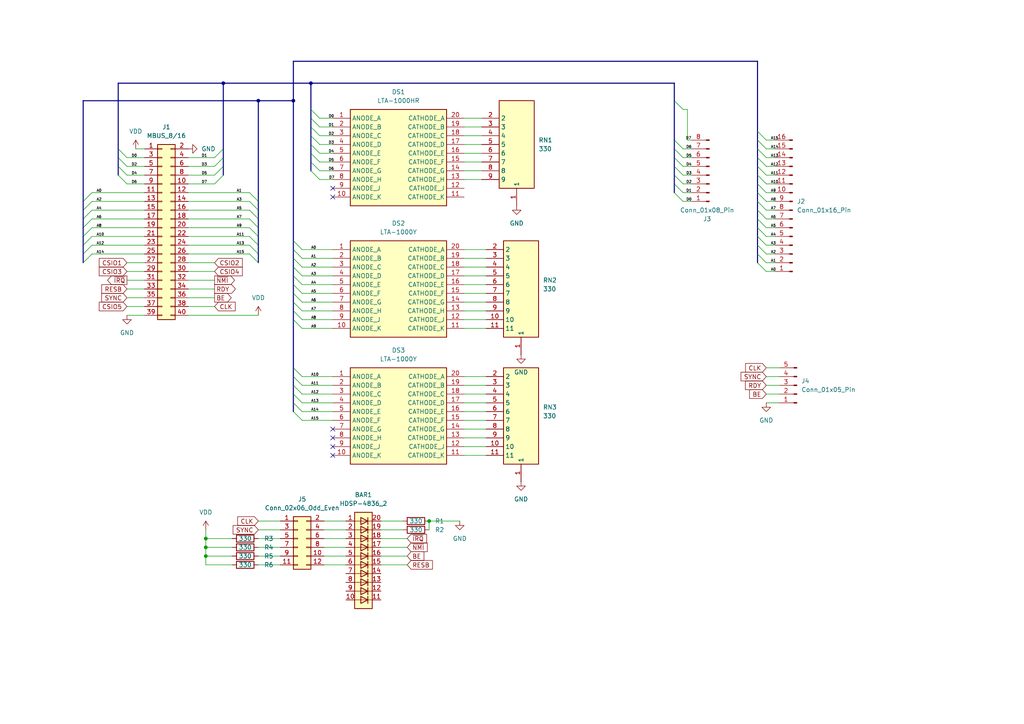
<source format=kicad_sch>
(kicad_sch (version 20231120) (generator "eeschema") (generator_version "8.0")
  (paper "A4")
  (title_block (title "MIC-1 Busboard") (date "2024-12-15") (rev "1.0") (company "Mikael Eriksson"))
  (lib_symbols
    (symbol "Connector:Conn_01x05_Pin" (pin_names (offset 1.016) hide)
      (property "Reference" "J" (at 0 7.62 0))
      (property "Value" "Conn_01x05_Pin" (at 0 -7.62 0))
      (symbol "Conn_01x05_Pin_1_1"
        (pin passive line (at 5.08 5.08 180) (length 3.81) (name "Pin_1") (number "1"))
        (pin passive line (at 5.08 2.54 180) (length 3.81) (name "Pin_2") (number "2"))
        (pin passive line (at 5.08 0 180) (length 3.81) (name "Pin_3") (number "3"))
        (pin passive line (at 5.08 -2.54 180) (length 3.81) (name "Pin_4") (number "4"))
        (pin passive line (at 5.08 -5.08 180) (length 3.81) (name "Pin_5") (number "5"))
      )
    )
    (symbol "Connector:Conn_01x08_Pin" (pin_names (offset 1.016) hide)
      (property "Reference" "J" (at 0 10.16 0))
      (property "Value" "Conn_01x08_Pin" (at 0 -12.7 0))
      (symbol "Conn_01x08_Pin_1_1"
        (pin passive line (at 5.08 7.62 180) (length 3.81) (name "Pin_1") (number "1"))
        (pin passive line (at 5.08 5.08 180) (length 3.81) (name "Pin_2") (number "2"))
        (pin passive line (at 5.08 2.54 180) (length 3.81) (name "Pin_3") (number "3"))
        (pin passive line (at 5.08 0 180) (length 3.81) (name "Pin_4") (number "4"))
        (pin passive line (at 5.08 -2.54 180) (length 3.81) (name "Pin_5") (number "5"))
        (pin passive line (at 5.08 -5.08 180) (length 3.81) (name "Pin_6") (number "6"))
        (pin passive line (at 5.08 -7.62 180) (length 3.81) (name "Pin_7") (number "7"))
        (pin passive line (at 5.08 -10.16 180) (length 3.81) (name "Pin_8") (number "8"))
      )
    )
    (symbol "Connector:Conn_01x16_Pin" (pin_names (offset 1.016) hide)
      (property "Reference" "J" (at 0 20.32 0))
      (property "Value" "Conn_01x16_Pin" (at 0 -22.86 0))
      (symbol "Conn_01x16_Pin_1_1"
        (pin passive line (at 5.08 17.78 180) (length 3.81) (name "Pin_1") (number "1"))
        (pin passive line (at 5.08 -5.08 180) (length 3.81) (name "Pin_10") (number "10"))
        (pin passive line (at 5.08 -7.62 180) (length 3.81) (name "Pin_11") (number "11"))
        (pin passive line (at 5.08 -10.16 180) (length 3.81) (name "Pin_12") (number "12"))
        (pin passive line (at 5.08 -12.7 180) (length 3.81) (name "Pin_13") (number "13"))
        (pin passive line (at 5.08 -15.24 180) (length 3.81) (name "Pin_14") (number "14"))
        (pin passive line (at 5.08 -17.78 180) (length 3.81) (name "Pin_15") (number "15"))
        (pin passive line (at 5.08 -20.32 180) (length 3.81) (name "Pin_16") (number "16"))
        (pin passive line (at 5.08 15.24 180) (length 3.81) (name "Pin_2") (number "2"))
        (pin passive line (at 5.08 12.7 180) (length 3.81) (name "Pin_3") (number "3"))
        (pin passive line (at 5.08 10.16 180) (length 3.81) (name "Pin_4") (number "4"))
        (pin passive line (at 5.08 7.62 180) (length 3.81) (name "Pin_5") (number "5"))
        (pin passive line (at 5.08 5.08 180) (length 3.81) (name "Pin_6") (number "6"))
        (pin passive line (at 5.08 2.54 180) (length 3.81) (name "Pin_7") (number "7"))
        (pin passive line (at 5.08 0 180) (length 3.81) (name "Pin_8") (number "8"))
        (pin passive line (at 5.08 -2.54 180) (length 3.81) (name "Pin_9") (number "9"))
      )
    )
    (symbol "Connector_Generic:Conn_02x06_Odd_Even" (pin_names (offset 1.016) hide)
      (property "Reference" "J" (at 1.27 7.62 0))
      (property "Value" "Conn_02x06_Odd_Even" (at 1.27 -10.16 0))
      (symbol "Conn_02x06_Odd_Even_1_1"
        (pin passive line (at -5.08 5.08 0) (length 3.81) (name "Pin_1") (number "1"))
        (pin passive line (at 7.62 -5.08 180) (length 3.81) (name "Pin_10") (number "10"))
        (pin passive line (at -5.08 -7.62 0) (length 3.81) (name "Pin_11") (number "11"))
        (pin passive line (at 7.62 -7.62 180) (length 3.81) (name "Pin_12") (number "12"))
        (pin passive line (at 7.62 5.08 180) (length 3.81) (name "Pin_2") (number "2"))
        (pin passive line (at -5.08 2.54 0) (length 3.81) (name "Pin_3") (number "3"))
        (pin passive line (at 7.62 2.54 180) (length 3.81) (name "Pin_4") (number "4"))
        (pin passive line (at -5.08 0 0) (length 3.81) (name "Pin_5") (number "5"))
        (pin passive line (at 7.62 0 180) (length 3.81) (name "Pin_6") (number "6"))
        (pin passive line (at -5.08 -2.54 0) (length 3.81) (name "Pin_7") (number "7"))
        (pin passive line (at 7.62 -2.54 180) (length 3.81) (name "Pin_8") (number "8"))
        (pin passive line (at -5.08 -5.08 0) (length 3.81) (name "Pin_9") (number "9"))
      )
    )
    (symbol "Connector_Generic:Conn_02x20_Odd_Even" (pin_names (offset 1.016) hide)
      (property "Reference" "J" (at 1.27 25.4 0))
      (property "Value" "Conn_02x20_Odd_Even" (at 1.27 -27.94 0))
      (symbol "Conn_02x20_Odd_Even_1_1"
        (pin passive line (at -5.08 22.86 0) (length 3.81) (name "Pin_1") (number "1"))
        (pin passive line (at 7.62 12.7 180) (length 3.81) (name "Pin_10") (number "10"))
        (pin passive line (at -5.08 10.16 0) (length 3.81) (name "Pin_11") (number "11"))
        (pin passive line (at 7.62 10.16 180) (length 3.81) (name "Pin_12") (number "12"))
        (pin passive line (at -5.08 7.62 0) (length 3.81) (name "Pin_13") (number "13"))
        (pin passive line (at 7.62 7.62 180) (length 3.81) (name "Pin_14") (number "14"))
        (pin passive line (at -5.08 5.08 0) (length 3.81) (name "Pin_15") (number "15"))
        (pin passive line (at 7.62 5.08 180) (length 3.81) (name "Pin_16") (number "16"))
        (pin passive line (at -5.08 2.54 0) (length 3.81) (name "Pin_17") (number "17"))
        (pin passive line (at 7.62 2.54 180) (length 3.81) (name "Pin_18") (number "18"))
        (pin passive line (at -5.08 0 0) (length 3.81) (name "Pin_19") (number "19"))
        (pin passive line (at 7.62 22.86 180) (length 3.81) (name "Pin_2") (number "2"))
        (pin passive line (at 7.62 0 180) (length 3.81) (name "Pin_20") (number "20"))
        (pin passive line (at -5.08 -2.54 0) (length 3.81) (name "Pin_21") (number "21"))
        (pin passive line (at 7.62 -2.54 180) (length 3.81) (name "Pin_22") (number "22"))
        (pin passive line (at -5.08 -5.08 0) (length 3.81) (name "Pin_23") (number "23"))
        (pin passive line (at 7.62 -5.08 180) (length 3.81) (name "Pin_24") (number "24"))
        (pin passive line (at -5.08 -7.62 0) (length 3.81) (name "Pin_25") (number "25"))
        (pin passive line (at 7.62 -7.62 180) (length 3.81) (name "Pin_26") (number "26"))
        (pin passive line (at -5.08 -10.16 0) (length 3.81) (name "Pin_27") (number "27"))
        (pin passive line (at 7.62 -10.16 180) (length 3.81) (name "Pin_28") (number "28"))
        (pin passive line (at -5.08 -12.7 0) (length 3.81) (name "Pin_29") (number "29"))
        (pin passive line (at -5.08 20.32 0) (length 3.81) (name "Pin_3") (number "3"))
        (pin passive line (at 7.62 -12.7 180) (length 3.81) (name "Pin_30") (number "30"))
        (pin passive line (at -5.08 -15.24 0) (length 3.81) (name "Pin_31") (number "31"))
        (pin passive line (at 7.62 -15.24 180) (length 3.81) (name "Pin_32") (number "32"))
        (pin passive line (at -5.08 -17.78 0) (length 3.81) (name "Pin_33") (number "33"))
        (pin passive line (at 7.62 -17.78 180) (length 3.81) (name "Pin_34") (number "34"))
        (pin passive line (at -5.08 -20.32 0) (length 3.81) (name "Pin_35") (number "35"))
        (pin passive line (at 7.62 -20.32 180) (length 3.81) (name "Pin_36") (number "36"))
        (pin passive line (at -5.08 -22.86 0) (length 3.81) (name "Pin_37") (number "37"))
        (pin passive line (at 7.62 -22.86 180) (length 3.81) (name "Pin_38") (number "38"))
        (pin passive line (at -5.08 -25.4 0) (length 3.81) (name "Pin_39") (number "39"))
        (pin passive line (at 7.62 20.32 180) (length 3.81) (name "Pin_4") (number "4"))
        (pin passive line (at 7.62 -25.4 180) (length 3.81) (name "Pin_40") (number "40"))
        (pin passive line (at -5.08 17.78 0) (length 3.81) (name "Pin_5") (number "5"))
        (pin passive line (at 7.62 17.78 180) (length 3.81) (name "Pin_6") (number "6"))
        (pin passive line (at -5.08 15.24 0) (length 3.81) (name "Pin_7") (number "7"))
        (pin passive line (at 7.62 15.24 180) (length 3.81) (name "Pin_8") (number "8"))
        (pin passive line (at -5.08 12.7 0) (length 3.81) (name "Pin_9") (number "9"))
      )
    )
    (symbol "Device:R" (pin_numbers hide) (pin_names (offset 0))
      (property "Reference" "R" (at 2.032 0 90))
      (property "Value" "R" (at 0 0 90))
      (symbol "R_1_1"
        (pin passive line (at 0 3.81 270) (length 1.27) (name "~") (number "1"))
        (pin passive line (at 0 -3.81 90) (length 1.27) (name "~") (number "2"))
      )
    )
    (symbol "LED:HDSP-4836_2" (pin_names (offset 1.016) hide)
      (property "Reference" "BAR" (at 0 15.24 0))
      (property "Value" "HDSP-4836_2" (at 0 -17.78 0))
      (symbol "HDSP-4836_2_1_1"
        (pin passive line (at -5.08 10.16 0) (length 2.54) (name "A") (number "1"))
        (pin passive line (at -5.08 -12.7 0) (length 2.54) (name "A") (number "10"))
        (pin passive line (at 5.08 -12.7 180) (length 2.54) (name "K") (number "11"))
        (pin passive line (at 5.08 -10.16 180) (length 2.54) (name "K") (number "12"))
        (pin passive line (at 5.08 -7.62 180) (length 2.54) (name "K") (number "13"))
        (pin passive line (at 5.08 -5.08 180) (length 2.54) (name "K") (number "14"))
        (pin passive line (at 5.08 -2.54 180) (length 2.54) (name "K") (number "15"))
        (pin passive line (at 5.08 0 180) (length 2.54) (name "K") (number "16"))
        (pin passive line (at 5.08 2.54 180) (length 2.54) (name "K") (number "17"))
        (pin passive line (at 5.08 5.08 180) (length 2.54) (name "K") (number "18"))
        (pin passive line (at 5.08 7.62 180) (length 2.54) (name "K") (number "19"))
        (pin passive line (at -5.08 7.62 0) (length 2.54) (name "A") (number "2"))
        (pin passive line (at 5.08 10.16 180) (length 2.54) (name "K") (number "20"))
        (pin passive line (at -5.08 5.08 0) (length 2.54) (name "A") (number "3"))
        (pin passive line (at -5.08 2.54 0) (length 2.54) (name "A") (number "4"))
        (pin passive line (at -5.08 0 0) (length 2.54) (name "A") (number "5"))
        (pin passive line (at -5.08 -2.54 0) (length 2.54) (name "A") (number "6"))
        (pin passive line (at -5.08 -5.08 0) (length 2.54) (name "A") (number "7"))
        (pin passive line (at -5.08 -7.62 0) (length 2.54) (name "A") (number "8"))
        (pin passive line (at -5.08 -10.16 0) (length 2.54) (name "A") (number "9"))
      )
    )
    (symbol "SamacSys_Parts:4609X-101-102LF"
      (property "Reference" "RN1" (at 16.51 -8.8899 0))
      (property "Value" "652-4612X-1LF-330" (at 16.51 -11.4299 0))
      (symbol "4609X-101-102LF_1_1"
        (pin passive line (at 10.16 -27.94 90) (length 5.08) (name "1") (number "1"))
        (pin passive line (at 0 -2.54 0) (length 5.08) (name "2") (number "2"))
        (pin passive line (at 0 -5.08 0) (length 5.08) (name "3") (number "3"))
        (pin passive line (at 0 -7.62 0) (length 5.08) (name "4") (number "4"))
        (pin passive line (at 0 -10.16 0) (length 5.08) (name "5") (number "5"))
        (pin passive line (at 0 -12.7 0) (length 5.08) (name "6") (number "6"))
        (pin passive line (at 0 -15.24 0) (length 5.08) (name "7") (number "7"))
        (pin passive line (at 0 -17.78 0) (length 5.08) (name "8") (number "8"))
        (pin passive line (at 0 -20.32 0) (length 5.08) (name "9") (number "9"))
      )
    )
    (symbol "SamacSys_Parts:4611X-101-221LF"
      (property "Reference" "RN2" (at 16.51 -11.4299 0))
      (property "Value" "4611X-101-221LF" (at 16.51 -13.9699 0))
      (symbol "4611X-101-221LF_1_1"
        (pin passive line (at 10.16 -33.02 90) (length 5.08) (name "1") (number "1"))
        (pin passive line (at 0 -22.86 0) (length 5.08) (name "10") (number "10"))
        (pin passive line (at 0 -25.4 0) (length 5.08) (name "11") (number "11"))
        (pin passive line (at 0 -2.54 0) (length 5.08) (name "2") (number "2"))
        (pin passive line (at 0 -5.08 0) (length 5.08) (name "3") (number "3"))
        (pin passive line (at 0 -7.62 0) (length 5.08) (name "4") (number "4"))
        (pin passive line (at 0 -10.16 0) (length 5.08) (name "5") (number "5"))
        (pin passive line (at 0 -12.7 0) (length 5.08) (name "6") (number "6"))
        (pin passive line (at 0 -15.24 0) (length 5.08) (name "7") (number "7"))
        (pin passive line (at 0 -17.78 0) (length 5.08) (name "8") (number "8"))
        (pin passive line (at 0 -20.32 0) (length 5.08) (name "9") (number "9"))
      )
    )
    (symbol "SamacSys_Parts:LTA-1000HR"
      (property "Reference" "DS" (at 34.29 7.62 0))
      (property "Value" "LTA-1000HR" (at 34.29 5.08 0))
      (symbol "LTA-1000HR_1_1"
        (pin passive line (at 0 0 0) (length 5.08) (name "ANODE_A") (number "1"))
        (pin passive line (at 0 -22.86 0) (length 5.08) (name "ANODE_K") (number "10"))
        (pin passive line (at 38.1 -22.86 180) (length 5.08) (name "CATHODE_K") (number "11"))
        (pin passive line (at 38.1 -20.32 180) (length 5.08) (name "CATHODE_J") (number "12"))
        (pin passive line (at 38.1 -17.78 180) (length 5.08) (name "CATHODE_H") (number "13"))
        (pin passive line (at 38.1 -15.24 180) (length 5.08) (name "CATHODE_G") (number "14"))
        (pin passive line (at 38.1 -12.7 180) (length 5.08) (name "CATHODE_F") (number "15"))
        (pin passive line (at 38.1 -10.16 180) (length 5.08) (name "CATHODE_E") (number "16"))
        (pin passive line (at 38.1 -7.62 180) (length 5.08) (name "CATHODE_D") (number "17"))
        (pin passive line (at 38.1 -5.08 180) (length 5.08) (name "CATHODE_C") (number "18"))
        (pin passive line (at 38.1 -2.54 180) (length 5.08) (name "CATHODE_B") (number "19"))
        (pin passive line (at 0 -2.54 0) (length 5.08) (name "ANODE_B") (number "2"))
        (pin passive line (at 38.1 0 180) (length 5.08) (name "CATHODE_A") (number "20"))
        (pin passive line (at 0 -5.08 0) (length 5.08) (name "ANODE_C") (number "3"))
        (pin passive line (at 0 -7.62 0) (length 5.08) (name "ANODE_D") (number "4"))
        (pin passive line (at 0 -10.16 0) (length 5.08) (name "ANODE_E") (number "5"))
        (pin passive line (at 0 -12.7 0) (length 5.08) (name "ANODE_F") (number "6"))
        (pin passive line (at 0 -15.24 0) (length 5.08) (name "ANODE_G") (number "7"))
        (pin passive line (at 0 -17.78 0) (length 5.08) (name "ANODE_H") (number "8"))
        (pin passive line (at 0 -20.32 0) (length 5.08) (name "ANODE_J") (number "9"))
      )
    )
    (symbol "SamacSys_Parts:LTA-1000Y"
      (property "Reference" "DS" (at 34.29 7.62 0))
      (property "Value" "LTA-1000Y" (at 34.29 5.08 0))
      (symbol "LTA-1000Y_1_1"
        (pin passive line (at 0 0 0) (length 5.08) (name "ANODE_A") (number "1"))
        (pin passive line (at 0 -22.86 0) (length 5.08) (name "ANODE_K") (number "10"))
        (pin passive line (at 38.1 -22.86 180) (length 5.08) (name "CATHODE_K") (number "11"))
        (pin passive line (at 38.1 -20.32 180) (length 5.08) (name "CATHODE_J") (number "12"))
        (pin passive line (at 38.1 -17.78 180) (length 5.08) (name "CATHODE_H") (number "13"))
        (pin passive line (at 38.1 -15.24 180) (length 5.08) (name "CATHODE_G") (number "14"))
        (pin passive line (at 38.1 -12.7 180) (length 5.08) (name "CATHODE_F") (number "15"))
        (pin passive line (at 38.1 -10.16 180) (length 5.08) (name "CATHODE_E") (number "16"))
        (pin passive line (at 38.1 -7.62 180) (length 5.08) (name "CATHODE_D") (number "17"))
        (pin passive line (at 38.1 -5.08 180) (length 5.08) (name "CATHODE_C") (number "18"))
        (pin passive line (at 38.1 -2.54 180) (length 5.08) (name "CATHODE_B") (number "19"))
        (pin passive line (at 0 -2.54 0) (length 5.08) (name "ANODE_B") (number "2"))
        (pin passive line (at 38.1 0 180) (length 5.08) (name "CATHODE_A") (number "20"))
        (pin passive line (at 0 -5.08 0) (length 5.08) (name "ANODE_C") (number "3"))
        (pin passive line (at 0 -7.62 0) (length 5.08) (name "ANODE_D") (number "4"))
        (pin passive line (at 0 -10.16 0) (length 5.08) (name "ANODE_E") (number "5"))
        (pin passive line (at 0 -12.7 0) (length 5.08) (name "ANODE_F") (number "6"))
        (pin passive line (at 0 -15.24 0) (length 5.08) (name "ANODE_G") (number "7"))
        (pin passive line (at 0 -17.78 0) (length 5.08) (name "ANODE_H") (number "8"))
        (pin passive line (at 0 -20.32 0) (length 5.08) (name "ANODE_J") (number "9"))
      )
    )
    (symbol "power:GND" (power) (pin_numbers hide) (pin_names (offset 0) hide)
      (property "Value" "GND" (at 0 -3.81 0))
      (symbol "GND_1_1"
        (pin power_in line (at 0 0 270) (length 0) (name "~") (number "1"))
      )
    )
    (symbol "power:VDD" (power) (pin_numbers hide) (pin_names (offset 0) hide)
      (property "Value" "VDD" (at 0 3.556 0))
      (symbol "VDD_1_1"
        (pin power_in line (at 0 0 90) (length 0) (name "~") (number "1"))
      )
    )
  )
  (junction (at 124.46 151.13))
  (junction (at 59.69 158.75))
  (junction (at 85.09 29.21))
  (junction (at 59.69 161.29))
  (junction (at 64.77 24.13))
  (junction (at 90.17 24.13))
  (junction (at 74.93 29.21))
  (junction (at 59.69 156.21))
  (no_connect (at 96.52 124.46))
  (no_connect (at 96.52 127))
  (no_connect (at 96.52 57.15))
  (no_connect (at 96.52 132.08))
  (no_connect (at 96.52 54.61))
  (no_connect (at 96.52 129.54))
  (bus_entry (at 90.17 31.75) (size 2.54 2.54))
  (bus_entry (at 85.09 82.55) (size 2.54 2.54))
  (bus_entry (at 24.13 63.5) (size 2.54 -2.54))
  (bus_entry (at 85.09 90.17) (size 2.54 2.54))
  (bus_entry (at 72.39 60.96) (size 2.54 2.54))
  (bus_entry (at 219.71 38.1) (size 2.54 2.54))
  (bus_entry (at 72.39 55.88) (size 2.54 2.54))
  (bus_entry (at 195.58 43.18) (size 2.54 2.54))
  (bus_entry (at 219.71 45.72) (size 2.54 2.54))
  (bus_entry (at 72.39 66.04) (size 2.54 2.54))
  (bus_entry (at 85.09 119.38) (size 2.54 2.54))
  (bus_entry (at 195.58 40.64) (size 2.54 2.54))
  (bus_entry (at 62.23 53.34) (size 2.54 -2.54))
  (bus_entry (at 219.71 43.18) (size 2.54 2.54))
  (bus_entry (at 24.13 76.2) (size 2.54 -2.54))
  (bus_entry (at 85.09 74.93) (size 2.54 2.54))
  (bus_entry (at 195.58 45.72) (size 2.54 2.54))
  (bus_entry (at 85.09 69.85) (size 2.54 2.54))
  (bus_entry (at 72.39 71.12) (size 2.54 2.54))
  (bus_entry (at 85.09 72.39) (size 2.54 2.54))
  (bus_entry (at 85.09 106.68) (size 2.54 2.54))
  (bus_entry (at 219.71 48.26) (size 2.54 2.54))
  (bus_entry (at 195.58 48.26) (size 2.54 2.54))
  (bus_entry (at 85.09 87.63) (size 2.54 2.54))
  (bus_entry (at 34.29 43.18) (size 2.54 2.54))
  (bus_entry (at 195.58 55.88) (size 2.54 2.54))
  (bus_entry (at 90.17 34.29) (size 2.54 2.54))
  (bus_entry (at 24.13 73.66) (size 2.54 -2.54))
  (bus_entry (at 90.17 49.53) (size 2.54 2.54))
  (bus_entry (at 34.29 48.26) (size 2.54 2.54))
  (bus_entry (at 219.71 40.64) (size 2.54 2.54))
  (bus_entry (at 90.17 44.45) (size 2.54 2.54))
  (bus_entry (at 24.13 58.42) (size 2.54 -2.54))
  (bus_entry (at 85.09 116.84) (size 2.54 2.54))
  (bus_entry (at 195.58 53.34) (size 2.54 2.54))
  (bus_entry (at 24.13 60.96) (size 2.54 -2.54))
  (bus_entry (at 72.39 68.58) (size 2.54 2.54))
  (bus_entry (at 85.09 80.01) (size 2.54 2.54))
  (bus_entry (at 219.71 73.66) (size 2.54 2.54))
  (bus_entry (at 219.71 55.88) (size 2.54 2.54))
  (bus_entry (at 72.39 58.42) (size 2.54 2.54))
  (bus_entry (at 85.09 77.47) (size 2.54 2.54))
  (bus_entry (at 24.13 68.58) (size 2.54 -2.54))
  (bus_entry (at 219.71 63.5) (size 2.54 2.54))
  (bus_entry (at 195.58 29.21) (size 2.54 2.54))
  (bus_entry (at 90.17 39.37) (size 2.54 2.54))
  (bus_entry (at 62.23 50.8) (size 2.54 -2.54))
  (bus_entry (at 90.17 36.83) (size 2.54 2.54))
  (bus_entry (at 219.71 71.12) (size 2.54 2.54))
  (bus_entry (at 219.71 53.34) (size 2.54 2.54))
  (bus_entry (at 72.39 63.5) (size 2.54 2.54))
  (bus_entry (at 219.71 76.2) (size 2.54 2.54))
  (bus_entry (at 90.17 41.91) (size 2.54 2.54))
  (bus_entry (at 62.23 45.72) (size 2.54 -2.54))
  (bus_entry (at 219.71 66.04) (size 2.54 2.54))
  (bus_entry (at 90.17 46.99) (size 2.54 2.54))
  (bus_entry (at 219.71 50.8) (size 2.54 2.54))
  (bus_entry (at 85.09 85.09) (size 2.54 2.54))
  (bus_entry (at 24.13 71.12) (size 2.54 -2.54))
  (bus_entry (at 219.71 58.42) (size 2.54 2.54))
  (bus_entry (at 85.09 114.3) (size 2.54 2.54))
  (bus_entry (at 195.58 50.8) (size 2.54 2.54))
  (bus_entry (at 24.13 66.04) (size 2.54 -2.54))
  (bus_entry (at 85.09 109.22) (size 2.54 2.54))
  (bus_entry (at 85.09 92.71) (size 2.54 2.54))
  (bus_entry (at 34.29 50.8) (size 2.54 2.54))
  (bus_entry (at 85.09 111.76) (size 2.54 2.54))
  (bus_entry (at 219.71 68.58) (size 2.54 2.54))
  (bus_entry (at 219.71 60.96) (size 2.54 2.54))
  (bus_entry (at 62.23 48.26) (size 2.54 -2.54))
  (bus_entry (at 72.39 73.66) (size 2.54 2.54))
  (bus_entry (at 34.29 45.72) (size 2.54 2.54))
  (wire (pts (xy 87.63 80.01) (xy 96.52 80.01)))
  (wire (pts (xy 110.49 151.13) (xy 116.84 151.13)))
  (wire (pts (xy 134.62 36.83) (xy 139.7 36.83)))
  (wire (pts (xy 134.62 85.09) (xy 140.97 85.09)))
  (wire (pts (xy 134.62 46.99) (xy 139.7 46.99)))
  (wire (pts (xy 54.61 45.72) (xy 62.23 45.72)))
  (wire (pts (xy 92.71 36.83) (xy 96.52 36.83)))
  (wire (pts (xy 87.63 111.76) (xy 96.52 111.76)))
  (wire (pts (xy 54.61 91.44) (xy 74.93 91.44)))
  (bus (pts (xy 90.17 31.75) (xy 90.17 24.13)))
  (wire (pts (xy 222.25 45.72) (xy 224.79 45.72)))
  (wire (pts (xy 96.52 39.37) (xy 92.71 39.37)))
  (wire (pts (xy 134.62 114.3) (xy 140.97 114.3)))
  (bus (pts (xy 85.09 74.93) (xy 85.09 77.47)))
  (wire (pts (xy 67.31 161.29) (xy 59.69 161.29)))
  (bus (pts (xy 195.58 50.8) (xy 195.58 48.26)))
  (bus (pts (xy 219.71 43.18) (xy 219.71 45.72)))
  (bus (pts (xy 24.13 68.58) (xy 24.13 71.12)))
  (wire (pts (xy 92.71 41.91) (xy 96.52 41.91)))
  (wire (pts (xy 67.31 156.21) (xy 59.69 156.21)))
  (bus (pts (xy 74.93 58.42) (xy 74.93 29.21)))
  (wire (pts (xy 124.46 151.13) (xy 124.46 153.67)))
  (bus (pts (xy 219.71 60.96) (xy 219.71 63.5)))
  (wire (pts (xy 134.62 95.25) (xy 140.97 95.25)))
  (bus (pts (xy 85.09 87.63) (xy 85.09 90.17)))
  (wire (pts (xy 222.25 73.66) (xy 224.79 73.66)))
  (wire (pts (xy 74.93 163.83) (xy 81.28 163.83)))
  (bus (pts (xy 219.71 48.26) (xy 219.71 50.8)))
  (bus (pts (xy 24.13 58.42) (xy 24.13 60.96)))
  (wire (pts (xy 222.25 114.3) (xy 226.06 114.3)))
  (bus (pts (xy 85.09 106.68) (xy 85.09 109.22)))
  (bus (pts (xy 219.71 45.72) (xy 219.71 48.26)))
  (wire (pts (xy 59.69 158.75) (xy 67.31 158.75)))
  (wire (pts (xy 200.66 48.26) (xy 198.12 48.26)))
  (wire (pts (xy 92.71 34.29) (xy 96.52 34.29)))
  (wire (pts (xy 74.93 161.29) (xy 81.28 161.29)))
  (bus (pts (xy 85.09 17.78) (xy 219.71 17.78)))
  (wire (pts (xy 87.63 85.09) (xy 96.52 85.09)))
  (wire (pts (xy 59.69 163.83) (xy 67.31 163.83)))
  (wire (pts (xy 54.61 73.66) (xy 72.39 73.66)))
  (wire (pts (xy 134.62 80.01) (xy 140.97 80.01)))
  (wire (pts (xy 199.39 31.75) (xy 198.12 31.75)))
  (wire (pts (xy 134.62 90.17) (xy 140.97 90.17)))
  (wire (pts (xy 87.63 72.39) (xy 96.52 72.39)))
  (wire (pts (xy 222.25 109.22) (xy 226.06 109.22)))
  (wire (pts (xy 36.83 78.74) (xy 41.91 78.74)))
  (bus (pts (xy 90.17 36.83) (xy 90.17 34.29)))
  (wire (pts (xy 26.67 68.58) (xy 41.91 68.58)))
  (wire (pts (xy 87.63 119.38) (xy 96.52 119.38)))
  (wire (pts (xy 222.25 71.12) (xy 224.79 71.12)))
  (wire (pts (xy 59.69 153.67) (xy 59.69 156.21)))
  (wire (pts (xy 92.71 46.99) (xy 96.52 46.99)))
  (wire (pts (xy 26.67 66.04) (xy 41.91 66.04)))
  (wire (pts (xy 200.66 45.72) (xy 198.12 45.72)))
  (wire (pts (xy 134.62 116.84) (xy 140.97 116.84)))
  (bus (pts (xy 219.71 58.42) (xy 219.71 60.96)))
  (bus (pts (xy 85.09 85.09) (xy 85.09 87.63)))
  (wire (pts (xy 36.83 76.2) (xy 41.91 76.2)))
  (wire (pts (xy 26.67 60.96) (xy 41.91 60.96)))
  (wire (pts (xy 54.61 68.58) (xy 72.39 68.58)))
  (bus (pts (xy 64.77 50.8) (xy 64.77 48.26)))
  (wire (pts (xy 26.67 73.66) (xy 41.91 73.66)))
  (bus (pts (xy 219.71 50.8) (xy 219.71 53.34)))
  (wire (pts (xy 74.93 153.67) (xy 81.28 153.67)))
  (wire (pts (xy 36.83 50.8) (xy 41.91 50.8)))
  (bus (pts (xy 219.71 73.66) (xy 219.71 76.2)))
  (bus (pts (xy 64.77 48.26) (xy 64.77 45.72)))
  (bus (pts (xy 219.71 66.04) (xy 219.71 68.58)))
  (wire (pts (xy 199.39 40.64) (xy 200.66 40.64)))
  (wire (pts (xy 93.98 161.29) (xy 100.33 161.29)))
  (wire (pts (xy 110.49 161.29) (xy 118.11 161.29)))
  (bus (pts (xy 85.09 29.21) (xy 85.09 17.78)))
  (wire (pts (xy 36.83 88.9) (xy 41.91 88.9)))
  (wire (pts (xy 87.63 90.17) (xy 96.52 90.17)))
  (wire (pts (xy 54.61 83.82) (xy 62.23 83.82)))
  (bus (pts (xy 34.29 48.26) (xy 34.29 45.72)))
  (bus (pts (xy 85.09 114.3) (xy 85.09 116.84)))
  (wire (pts (xy 134.62 41.91) (xy 139.7 41.91)))
  (wire (pts (xy 54.61 63.5) (xy 72.39 63.5)))
  (wire (pts (xy 92.71 52.07) (xy 96.52 52.07)))
  (wire (pts (xy 222.25 50.8) (xy 224.79 50.8)))
  (wire (pts (xy 87.63 82.55) (xy 96.52 82.55)))
  (bus (pts (xy 219.71 63.5) (xy 219.71 66.04)))
  (wire (pts (xy 222.25 43.18) (xy 224.79 43.18)))
  (bus (pts (xy 34.29 43.18) (xy 34.29 24.13)))
  (bus (pts (xy 219.71 53.34) (xy 219.71 55.88)))
  (wire (pts (xy 93.98 163.83) (xy 100.33 163.83)))
  (wire (pts (xy 36.83 45.72) (xy 41.91 45.72)))
  (bus (pts (xy 24.13 66.04) (xy 24.13 68.58)))
  (wire (pts (xy 134.62 111.76) (xy 140.97 111.76)))
  (bus (pts (xy 219.71 68.58) (xy 219.71 71.12)))
  (wire (pts (xy 222.25 116.84) (xy 226.06 116.84)))
  (bus (pts (xy 195.58 55.88) (xy 195.58 53.34)))
  (bus (pts (xy 85.09 69.85) (xy 85.09 72.39)))
  (bus (pts (xy 74.93 60.96) (xy 74.93 63.5)))
  (bus (pts (xy 90.17 46.99) (xy 90.17 44.45)))
  (bus (pts (xy 219.71 55.88) (xy 219.71 58.42)))
  (wire (pts (xy 133.35 151.13) (xy 124.46 151.13)))
  (wire (pts (xy 26.67 71.12) (xy 41.91 71.12)))
  (wire (pts (xy 36.83 91.44) (xy 41.91 91.44)))
  (wire (pts (xy 87.63 109.22) (xy 96.52 109.22)))
  (wire (pts (xy 93.98 158.75) (xy 100.33 158.75)))
  (wire (pts (xy 110.49 158.75) (xy 118.11 158.75)))
  (wire (pts (xy 74.93 158.75) (xy 81.28 158.75)))
  (wire (pts (xy 93.98 151.13) (xy 100.33 151.13)))
  (bus (pts (xy 24.13 63.5) (xy 24.13 66.04)))
  (bus (pts (xy 195.58 53.34) (xy 195.58 50.8)))
  (bus (pts (xy 219.71 40.64) (xy 219.71 43.18)))
  (wire (pts (xy 36.83 86.36) (xy 41.91 86.36)))
  (bus (pts (xy 85.09 29.21) (xy 85.09 69.85)))
  (bus (pts (xy 85.09 109.22) (xy 85.09 111.76)))
  (wire (pts (xy 134.62 87.63) (xy 140.97 87.63)))
  (wire (pts (xy 199.39 31.75) (xy 199.39 40.64)))
  (wire (pts (xy 93.98 156.21) (xy 100.33 156.21)))
  (wire (pts (xy 222.25 66.04) (xy 224.79 66.04)))
  (bus (pts (xy 90.17 24.13) (xy 64.77 24.13)))
  (wire (pts (xy 87.63 95.25) (xy 96.52 95.25)))
  (wire (pts (xy 222.25 60.96) (xy 224.79 60.96)))
  (bus (pts (xy 85.09 116.84) (xy 85.09 119.38)))
  (bus (pts (xy 85.09 92.71) (xy 85.09 106.68)))
  (wire (pts (xy 200.66 55.88) (xy 198.12 55.88)))
  (bus (pts (xy 90.17 49.53) (xy 90.17 46.99)))
  (wire (pts (xy 36.83 83.82) (xy 41.91 83.82)))
  (bus (pts (xy 74.93 63.5) (xy 74.93 66.04)))
  (wire (pts (xy 200.66 53.34) (xy 198.12 53.34)))
  (wire (pts (xy 26.67 63.5) (xy 41.91 63.5)))
  (bus (pts (xy 219.71 17.78) (xy 219.71 38.1)))
  (wire (pts (xy 200.66 50.8) (xy 198.12 50.8)))
  (bus (pts (xy 195.58 40.64) (xy 195.58 29.21)))
  (wire (pts (xy 222.25 68.58) (xy 224.79 68.58)))
  (bus (pts (xy 74.93 68.58) (xy 74.93 71.12)))
  (wire (pts (xy 54.61 60.96) (xy 72.39 60.96)))
  (bus (pts (xy 74.93 58.42) (xy 74.93 60.96)))
  (bus (pts (xy 90.17 44.45) (xy 90.17 41.91)))
  (bus (pts (xy 195.58 48.26) (xy 195.58 45.72)))
  (wire (pts (xy 200.66 58.42) (xy 198.12 58.42)))
  (wire (pts (xy 54.61 86.36) (xy 62.23 86.36)))
  (wire (pts (xy 74.93 156.21) (xy 81.28 156.21)))
  (wire (pts (xy 222.25 111.76) (xy 226.06 111.76)))
  (wire (pts (xy 134.62 121.92) (xy 140.97 121.92)))
  (bus (pts (xy 85.09 80.01) (xy 85.09 82.55)))
  (wire (pts (xy 54.61 76.2) (xy 62.23 76.2)))
  (bus (pts (xy 219.71 71.12) (xy 219.71 73.66)))
  (wire (pts (xy 36.83 81.28) (xy 41.91 81.28)))
  (bus (pts (xy 85.09 90.17) (xy 85.09 92.71)))
  (wire (pts (xy 134.62 52.07) (xy 139.7 52.07)))
  (bus (pts (xy 85.09 111.76) (xy 85.09 114.3)))
  (bus (pts (xy 34.29 24.13) (xy 64.77 24.13)))
  (wire (pts (xy 54.61 58.42) (xy 72.39 58.42)))
  (wire (pts (xy 222.25 106.68) (xy 226.06 106.68)))
  (wire (pts (xy 222.25 78.74) (xy 224.79 78.74)))
  (bus (pts (xy 90.17 41.91) (xy 90.17 39.37)))
  (wire (pts (xy 36.83 48.26) (xy 41.91 48.26)))
  (wire (pts (xy 134.62 72.39) (xy 140.97 72.39)))
  (bus (pts (xy 195.58 24.13) (xy 90.17 24.13)))
  (wire (pts (xy 134.62 49.53) (xy 139.7 49.53)))
  (wire (pts (xy 134.62 34.29) (xy 139.7 34.29)))
  (wire (pts (xy 54.61 48.26) (xy 62.23 48.26)))
  (bus (pts (xy 195.58 45.72) (xy 195.58 43.18)))
  (bus (pts (xy 64.77 24.13) (xy 64.77 43.18)))
  (wire (pts (xy 87.63 114.3) (xy 96.52 114.3)))
  (wire (pts (xy 222.25 40.64) (xy 224.79 40.64)))
  (wire (pts (xy 200.66 43.18) (xy 198.12 43.18)))
  (wire (pts (xy 26.67 58.42) (xy 41.91 58.42)))
  (bus (pts (xy 24.13 71.12) (xy 24.13 73.66)))
  (wire (pts (xy 54.61 53.34) (xy 62.23 53.34)))
  (wire (pts (xy 87.63 77.47) (xy 96.52 77.47)))
  (bus (pts (xy 195.58 29.21) (xy 195.58 24.13)))
  (wire (pts (xy 134.62 39.37) (xy 139.7 39.37)))
  (bus (pts (xy 85.09 82.55) (xy 85.09 85.09)))
  (wire (pts (xy 134.62 77.47) (xy 140.97 77.47)))
  (wire (pts (xy 92.71 44.45) (xy 96.52 44.45)))
  (wire (pts (xy 54.61 50.8) (xy 62.23 50.8)))
  (wire (pts (xy 110.49 153.67) (xy 116.84 153.67)))
  (bus (pts (xy 74.93 66.04) (xy 74.93 68.58)))
  (bus (pts (xy 219.71 38.1) (xy 219.71 40.64)))
  (wire (pts (xy 222.25 48.26) (xy 224.79 48.26)))
  (bus (pts (xy 74.93 29.21) (xy 24.13 29.21)))
  (bus (pts (xy 64.77 45.72) (xy 64.77 43.18)))
  (wire (pts (xy 54.61 81.28) (xy 62.23 81.28)))
  (wire (pts (xy 134.62 132.08) (xy 140.97 132.08)))
  (wire (pts (xy 59.69 161.29) (xy 59.69 163.83)))
  (wire (pts (xy 134.62 109.22) (xy 140.97 109.22)))
  (wire (pts (xy 54.61 66.04) (xy 72.39 66.04)))
  (bus (pts (xy 74.93 29.21) (xy 85.09 29.21)))
  (wire (pts (xy 59.69 156.21) (xy 59.69 158.75)))
  (bus (pts (xy 85.09 72.39) (xy 85.09 74.93)))
  (wire (pts (xy 87.63 74.93) (xy 96.52 74.93)))
  (wire (pts (xy 87.63 92.71) (xy 96.52 92.71)))
  (wire (pts (xy 110.49 163.83) (xy 118.11 163.83)))
  (wire (pts (xy 87.63 87.63) (xy 96.52 87.63)))
  (wire (pts (xy 134.62 119.38) (xy 140.97 119.38)))
  (wire (pts (xy 222.25 55.88) (xy 224.79 55.88)))
  (bus (pts (xy 74.93 71.12) (xy 74.93 73.66)))
  (wire (pts (xy 87.63 116.84) (xy 96.52 116.84)))
  (wire (pts (xy 110.49 156.21) (xy 118.11 156.21)))
  (wire (pts (xy 134.62 82.55) (xy 140.97 82.55)))
  (bus (pts (xy 24.13 73.66) (xy 24.13 76.2)))
  (bus (pts (xy 74.93 73.66) (xy 74.93 76.2)))
  (wire (pts (xy 26.67 55.88) (xy 41.91 55.88)))
  (wire (pts (xy 134.62 74.93) (xy 140.97 74.93)))
  (wire (pts (xy 134.62 44.45) (xy 139.7 44.45)))
  (wire (pts (xy 222.25 58.42) (xy 224.79 58.42)))
  (wire (pts (xy 87.63 121.92) (xy 96.52 121.92)))
  (wire (pts (xy 36.83 53.34) (xy 41.91 53.34)))
  (bus (pts (xy 90.17 34.29) (xy 90.17 31.75)))
  (wire (pts (xy 92.71 49.53) (xy 96.52 49.53)))
  (wire (pts (xy 54.61 55.88) (xy 72.39 55.88)))
  (bus (pts (xy 90.17 39.37) (xy 90.17 36.83)))
  (wire (pts (xy 134.62 129.54) (xy 140.97 129.54)))
  (wire (pts (xy 222.25 63.5) (xy 224.79 63.5)))
  (bus (pts (xy 34.29 45.72) (xy 34.29 43.18)))
  (bus (pts (xy 195.58 43.18) (xy 195.58 40.64)))
  (bus (pts (xy 85.09 77.47) (xy 85.09 80.01)))
  (wire (pts (xy 54.61 88.9) (xy 62.23 88.9)))
  (wire (pts (xy 54.61 71.12) (xy 72.39 71.12)))
  (wire (pts (xy 93.98 153.67) (xy 100.33 153.67)))
  (bus (pts (xy 34.29 50.8) (xy 34.29 48.26)))
  (wire (pts (xy 134.62 92.71) (xy 140.97 92.71)))
  (wire (pts (xy 134.62 127) (xy 140.97 127)))
  (wire (pts (xy 134.62 124.46) (xy 140.97 124.46)))
  (wire (pts (xy 39.37 43.18) (xy 41.91 43.18)))
  (wire (pts (xy 222.25 53.34) (xy 224.79 53.34)))
  (bus (pts (xy 24.13 60.96) (xy 24.13 63.5)))
  (wire (pts (xy 74.93 151.13) (xy 81.28 151.13)))
  (wire (pts (xy 222.25 76.2) (xy 224.79 76.2)))
  (bus (pts (xy 24.13 29.21) (xy 24.13 58.42)))
  (wire (pts (xy 54.61 78.74) (xy 62.23 78.74)))
  (wire (pts (xy 59.69 158.75) (xy 59.69 161.29)))
  (label "A4" (at 27.94 60.96 0) (effects (font (size 0.762 0.762))))
  (label "A5" (at 68.58 60.96 0) (effects (font (size 0.762 0.762))))
  (label "A9" (at 90.17 95.25 0) (effects (font (size 0.762 0.762))))
  (label "D5" (at 95.25 46.99 0) (effects (font (size 0.762 0.762))))
  (label "A3" (at 68.58 58.42 0) (effects (font (size 0.762 0.762))))
  (label "D2" (at 200.66 53.34 180) (effects (font (size 0.762 0.762))))
  (label "D5" (at 58.42 50.8 0) (effects (font (size 0.762 0.762))))
  (label "A3" (at 90.17 80.01 0) (effects (font (size 0.762 0.762))))
  (label "D0" (at 95.25 34.29 0) (effects (font (size 0.762 0.762))))
  (label "D6" (at 200.66 43.18 180) (effects (font (size 0.762 0.762))))
  (label "D3" (at 200.66 50.8 180) (effects (font (size 0.762 0.762))))
  (label "D4" (at 200.66 48.26 180) (effects (font (size 0.762 0.762))))
  (label "A1" (at 223.52 76.2 0) (effects (font (size 0.762 0.762))))
  (label "A2" (at 27.94 58.42 0) (effects (font (size 0.762 0.762))))
  (label "A3" (at 223.52 71.12 0) (effects (font (size 0.762 0.762))))
  (label "D7" (at 200.5499 40.64 180) (effects (font (size 0.762 0.762))))
  (label "A8" (at 223.52 58.42 0) (effects (font (size 0.762 0.762))))
  (label "A14" (at 223.52 43.18 0) (effects (font (size 0.762 0.762))))
  (label "A13" (at 68.58 71.12 0) (effects (font (size 0.762 0.762))))
  (label "D0" (at 38.1 45.72 0) (effects (font (size 0.762 0.762))))
  (label "A8" (at 27.94 66.04 0) (effects (font (size 0.762 0.762))))
  (label "A4" (at 223.52 68.58 0) (effects (font (size 0.762 0.762))))
  (label "A14" (at 90.17 119.38 0) (effects (font (size 0.762 0.762))))
  (label "D2" (at 38.1 48.26 0) (effects (font (size 0.762 0.762))))
  (label "A6" (at 223.52 63.5 0) (effects (font (size 0.762 0.762))))
  (label "A12" (at 27.94 71.12 0) (effects (font (size 0.762 0.762))))
  (label "A0" (at 90.17 72.39 0) (effects (font (size 0.762 0.762))))
  (label "A11" (at 90.17 111.76 0) (effects (font (size 0.762 0.762))))
  (label "D6" (at 38.1 53.34 0) (effects (font (size 0.762 0.762))))
  (label "A4" (at 90.17 82.55 0) (effects (font (size 0.762 0.762))))
  (label "A6" (at 90.17 87.63 0) (effects (font (size 0.762 0.762))))
  (label "D3" (at 95.25 41.91 0) (effects (font (size 0.762 0.762))))
  (label "A6" (at 27.94 63.5 0) (effects (font (size 0.762 0.762))))
  (label "D7" (at 58.42 53.34 0) (effects (font (size 0.762 0.762))))
  (label "A11" (at 68.58 68.58 0) (effects (font (size 0.762 0.762))))
  (label "A7" (at 90.17 90.17 0) (effects (font (size 0.762 0.762))))
  (label "D1" (at 200.66 55.88 180) (effects (font (size 0.762 0.762))))
  (label "A7" (at 68.58 63.5 0) (effects (font (size 0.762 0.762))))
  (label "A15" (at 68.58 73.66 0) (effects (font (size 0.762 0.762))))
  (label "A12" (at 90.17 114.3 0) (effects (font (size 0.762 0.762))))
  (label "A5" (at 90.17 85.09 0) (effects (font (size 0.762 0.762))))
  (label "D7" (at 95.3601 52.07 0) (effects (font (size 0.762 0.762))))
  (label "A0" (at 27.94 55.88 0) (effects (font (size 0.762 0.762))))
  (label "A13" (at 223.52 45.72 0) (effects (font (size 0.762 0.762))))
  (label "A10" (at 90.17 109.22 0) (effects (font (size 0.762 0.762))))
  (label "A10" (at 27.94 68.58 0) (effects (font (size 0.762 0.762))))
  (label "A2" (at 90.17 77.47 0) (effects (font (size 0.762 0.762))))
  (label "A7" (at 223.52 60.96 0) (effects (font (size 0.762 0.762))))
  (label "D1" (at 95.25 36.83 0) (effects (font (size 0.762 0.762))))
  (label "D4" (at 95.25 44.45 0) (effects (font (size 0.762 0.762))))
  (label "A2" (at 223.52 73.66 0) (effects (font (size 0.762 0.762))))
  (label "A0" (at 223.52 78.74 0) (effects (font (size 0.762 0.762))))
  (label "A15" (at 90.17 121.92 0) (effects (font (size 0.762 0.762))))
  (label "A10" (at 223.52 53.34 0) (effects (font (size 0.762 0.762))))
  (label "D5" (at 200.66 45.72 180) (effects (font (size 0.762 0.762))))
  (label "D4" (at 38.1 50.8 0) (effects (font (size 0.762 0.762))))
  (label "A5" (at 223.52 66.04 0) (effects (font (size 0.762 0.762))))
  (label "A9" (at 223.52 55.88 0) (effects (font (size 0.762 0.762))))
  (label "D1" (at 58.42 45.72 0) (effects (font (size 0.762 0.762))))
  (label "A14" (at 27.94 73.66 0) (effects (font (size 0.762 0.762))))
  (label "D3" (at 58.42 48.26 0) (effects (font (size 0.762 0.762))))
  (label "D2" (at 95.25 39.37 0) (effects (font (size 0.762 0.762))))
  (label "A15" (at 223.52 40.64 0) (effects (font (size 0.762 0.762))))
  (label "A12" (at 223.52 48.26 0) (effects (font (size 0.762 0.762))))
  (label "D0" (at 200.66 58.42 180) (effects (font (size 0.762 0.762))))
  (label "A11" (at 223.52 50.8 0) (effects (font (size 0.762 0.762))))
  (label "A9" (at 68.58 66.04 0) (effects (font (size 0.762 0.762))))
  (label "A1" (at 90.17 74.93 0) (effects (font (size 0.762 0.762))))
  (label "A1" (at 68.58 55.88 0) (effects (font (size 0.762 0.762))))
  (label "A13" (at 90.17 116.84 0) (effects (font (size 0.762 0.762))))
  (label "D6" (at 95.25 49.53 0) (effects (font (size 0.762 0.762))))
  (label "A8" (at 90.17 92.71 0) (effects (font (size 0.762 0.762))))
  (global_label "CSIO4" (shape input) (at 62.23 78.74 0) (property "Intersheetrefs" "${INTERSHEET_REFS}" (effects (hide yes))))
  (global_label "~{IRQ}" (shape input) (at 118.11 156.21 0) (property "Intersheetrefs" "${INTERSHEET_REFS}" (effects (hide yes))))
  (global_label "~{NMI}" (shape input) (at 118.11 158.75 0) (property "Intersheetrefs" "${INTERSHEET_REFS}" (effects (hide yes))))
  (global_label "CLK" (shape input) (at 62.23 88.9 0) (property "Intersheetrefs" "${INTERSHEET_REFS}" (effects (hide yes))))
  (global_label "SYNC" (shape input) (at 36.83 86.36 180) (property "Intersheetrefs" "${INTERSHEET_REFS}" (effects (hide yes))))
  (global_label "RDY" (shape input) (at 222.25 111.76 180) (property "Intersheetrefs" "${INTERSHEET_REFS}" (effects (hide yes))))
  (global_label "CLK" (shape input) (at 222.25 106.68 180) (property "Intersheetrefs" "${INTERSHEET_REFS}" (effects (hide yes))))
  (global_label "BE" (shape output) (at 62.23 86.36 0) (property "Intersheetrefs" "${INTERSHEET_REFS}" (effects (hide yes))))
  (global_label "BE" (shape input) (at 222.25 114.3 180) (property "Intersheetrefs" "${INTERSHEET_REFS}" (effects (hide yes))))
  (global_label "RESB" (shape input) (at 36.83 83.82 180) (property "Intersheetrefs" "${INTERSHEET_REFS}" (effects (hide yes))))
  (global_label "CLK" (shape input) (at 74.93 151.13 180) (property "Intersheetrefs" "${INTERSHEET_REFS}" (effects (hide yes))))
  (global_label "~{IRQ}" (shape output) (at 36.83 81.28 180) (property "Intersheetrefs" "${INTERSHEET_REFS}" (effects (hide yes))))
  (global_label "RDY" (shape output) (at 62.23 83.82 0) (property "Intersheetrefs" "${INTERSHEET_REFS}" (effects (hide yes))))
  (global_label "SYNC" (shape input) (at 222.25 109.22 180) (property "Intersheetrefs" "${INTERSHEET_REFS}" (effects (hide yes))))
  (global_label "CSIO2" (shape input) (at 62.23 76.2 0) (property "Intersheetrefs" "${INTERSHEET_REFS}" (effects (hide yes))))
  (global_label "BE" (shape input) (at 118.11 161.29 0) (property "Intersheetrefs" "${INTERSHEET_REFS}" (effects (hide yes))))
  (global_label "CSIO3" (shape input) (at 36.83 78.74 180) (property "Intersheetrefs" "${INTERSHEET_REFS}" (effects (hide yes))))
  (global_label "CSIO5" (shape input) (at 36.83 88.9 180) (property "Intersheetrefs" "${INTERSHEET_REFS}" (effects (hide yes))))
  (global_label "RESB" (shape input) (at 118.11 163.83 0) (property "Intersheetrefs" "${INTERSHEET_REFS}" (effects (hide yes))))
  (global_label "CSIO1" (shape input) (at 36.83 76.2 180) (property "Intersheetrefs" "${INTERSHEET_REFS}" (effects (hide yes))))
  (global_label "~{NMI}" (shape output) (at 62.23 81.28 0) (property "Intersheetrefs" "${INTERSHEET_REFS}" (effects (hide yes))))
  (global_label "SYNC" (shape input) (at 74.93 153.67 180) (property "Intersheetrefs" "${INTERSHEET_REFS}" (effects (hide yes))))
  (symbol (lib_id "power:GND") (at 54.61 43.18 90) (unit 1)
    (property "Reference" "#PWR03" (effects (hide yes)))
    (property "Value" "GND" (at 58.42 43.1799 90) (effects (justify right)))
    (property "Description" "Power symbol creates a global label with name \"GND\" , ground" (effects (hide yes)))
  )
  (symbol (lib_id "SamacSys_Parts:LTA-1000HR") (at 96.52 34.29 0) (unit 1)
    (property "Reference" "DS1" (at 115.57 26.67 0))
    (property "Value" "LTA-1000HR" (at 115.57 29.21 0))
    (property "Footprint" "DIPS762W50P254L2527H825Q20N" (effects (hide yes)))
    (property "Datasheet" "http://optoelectronics.liteon.com/upload/download/DS-30-92-0810/LTA-1000HR.pdf" (effects (hide yes)))
    (property "Description" "LED Bars and Arrays 10 BAR Red" (effects (hide yes)))
    (property "Height" "8.25" (effects (hide yes)))
    (property "Mouser Part Number" "859-LTA-1000HR" (effects (hide yes)))
    (property "Mouser Price/Stock" "https://www.mouser.co.uk/ProductDetail/Lite-On/LTA-1000HR?qs=HpY6KGlTJbSoZQO1BAtDbw%3D%3D" (effects (hide yes)))
    (property "Manufacturer_Name" "Lite-On" (effects (hide yes)))
    (property "Manufacturer_Part_Number" "LTA-1000HR" (effects (hide yes)))
  )
  (symbol (lib_id "power:GND") (at 149.86 59.69 0) (unit 1)
    (property "Reference" "#PWR05" (effects (hide yes)))
    (property "Value" "GND" (at 149.86 64.77 0))
    (property "Description" "Power symbol creates a global label with name \"GND\" , ground" (effects (hide yes)))
  )
  (symbol (lib_id "SamacSys_Parts:4609X-101-102LF") (at 139.7 31.75 0) (unit 1)
    (property "Reference" "RN1" (at 156.21 40.6399 0) (effects (justify left)))
    (property "Value" "330" (at 156.21 43.1799 0) (effects (justify left)))
    (property "Footprint" "4609X101102LF" (effects (hide yes)))
    (property "Description" "Resistor Networks & Arrays 9pins 1Kohms Bussed" (effects (hide yes)))
    (property "Height" "5.08" (effects (hide yes)))
    (property "Mouser Price/Stock" "https://www.mouser.co.uk/ProductDetail/Bourns/4609X-101-102LF?qs=nFt9sTYf7TAKYPPrg1sLvw%3D%3D" (effects (hide yes)))
    (property "Manufacturer_Name" "Bourns" (effects (hide yes)))
    (property "Manufacturer_Part_Number" "4609X-101-331LF" (effects (hide yes)))
  )
  (symbol (lib_id "power:VDD") (at 59.69 153.67 0) (unit 1)
    (property "Reference" "#PWR010" (effects (hide yes)))
    (property "Value" "VDD" (at 59.69 148.59 0))
    (property "Description" "Power symbol creates a global label with name \"VDD\"" (effects (hide yes)))
  )
  (symbol (lib_id "LED:HDSP-4836_2") (at 105.41 161.29 0) (unit 1)
    (property "Reference" "BAR1" (at 105.41 143.51 0))
    (property "Value" "HDSP-4836_2" (at 105.41 146.05 0))
    (property "Footprint" "Display:HDSP-4836" (effects (hide yes)))
    (property "Datasheet" "https://docs.broadcom.com/docs/AV02-1798EN" (effects (hide yes)))
    (property "Description" "BAR GRAPH 10 segment block, Mix of high efficiency red, yellow and green" (effects (hide yes)))
  )
  (symbol (lib_id "Connector:Conn_01x16_Pin") (at 229.87 60.96 180) (unit 1)
    (property "Reference" "J2" (at 231.14 58.4199 0) (effects (justify right)))
    (property "Value" "Conn_01x16_Pin" (at 231.14 60.9599 0) (effects (justify right)))
    (property "Footprint" "Connector_PinHeader_2.54mm:PinHeader_1x16_P2.54mm_Vertical" (effects (hide yes)))
    (property "Description" "Generic connector, single row, 01x16, script generated" (effects (hide yes)))
  )
  (symbol (lib_id "SamacSys_Parts:4611X-101-221LF") (at 140.97 106.68 0) (unit 1)
    (property "Reference" "RN3" (at 157.48 118.1099 0) (effects (justify left)))
    (property "Value" "330" (at 157.48 120.6499 0) (effects (justify left)))
    (property "Footprint" "4611X101221LF" (effects (hide yes)))
    (property "Datasheet" "https://www.bourns.com/docs/Product-Datasheets/4600x.pdf" (effects (hide yes)))
    (property "Description" "Resistor Networks & Arrays 11pins 220 OHMS Bussed" (effects (hide yes)))
    (property "Height" "5.08" (effects (hide yes)))
    (property "Mouser Price/Stock" "https://www.mouser.co.uk/ProductDetail/Bourns/4611X-101-221LF?qs=ex25RYyDdK%2FYsbz9sRLaNQ%3D%3D" (effects (hide yes)))
    (property "Manufacturer_Name" "Bourns" (effects (hide yes)))
    (property "Manufacturer_Part_Number" "4611X-101-331LF" (effects (hide yes)))
  )
  (symbol (lib_id "Connector:Conn_01x05_Pin") (at 231.14 111.76 180) (unit 1)
    (property "Reference" "J4" (at 232.41 110.4899 0) (effects (justify right)))
    (property "Value" "Conn_01x05_Pin" (at 232.41 113.0299 0) (effects (justify right)))
    (property "Footprint" "Connector_PinHeader_2.54mm:PinHeader_1x05_P2.54mm_Vertical" (effects (hide yes)))
    (property "Description" "Generic connector, single row, 01x05, script generated" (effects (hide yes)))
  )
  (symbol (lib_id "power:GND") (at 133.35 151.13 0) (unit 1)
    (property "Reference" "#PWR08" (effects (hide yes)))
    (property "Value" "GND" (at 133.35 156.21 0))
    (property "Description" "Power symbol creates a global label with name \"GND\" , ground" (effects (hide yes)))
  )
  (symbol (lib_id "power:VDD") (at 39.37 43.18 0) (unit 1)
    (property "Reference" "#PWR02" (effects (hide yes)))
    (property "Value" "VDD" (at 39.37 38.1 0))
    (property "Description" "Power symbol creates a global label with name \"VDD\"" (effects (hide yes)))
  )
  (symbol (lib_id "Device:R") (at 71.12 163.83 90) (unit 1)
    (property "Reference" "R6" (at 77.978 163.83 90))
    (property "Value" "330" (at 71.12 163.83 90))
    (property "Footprint" "Resistor_THT:R_Axial_DIN0207_L6.3mm_D2.5mm_P7.62mm_Horizontal" (effects (hide yes)))
    (property "Description" "Resistor" (effects (hide yes)))
  )
  (symbol (lib_id "Device:R") (at 71.12 156.21 90) (unit 1)
    (property "Reference" "R3" (at 77.978 156.21 90))
    (property "Value" "330" (at 71.12 156.21 90))
    (property "Footprint" "Resistor_THT:R_Axial_DIN0207_L6.3mm_D2.5mm_P7.62mm_Horizontal" (effects (hide yes)))
    (property "Description" "Resistor" (effects (hide yes)))
  )
  (symbol (lib_id "Device:R") (at 71.12 158.75 90) (unit 1)
    (property "Reference" "R4" (at 77.978 158.75 90))
    (property "Value" "330" (at 71.12 158.75 90))
    (property "Footprint" "Resistor_THT:R_Axial_DIN0207_L6.3mm_D2.5mm_P7.62mm_Horizontal" (effects (hide yes)))
    (property "Description" "Resistor" (effects (hide yes)))
  )
  (symbol (lib_id "Device:R") (at 120.65 151.13 90) (unit 1)
    (property "Reference" "R1" (at 127.508 151.13 90))
    (property "Value" "330" (at 120.65 151.13 90))
    (property "Footprint" "Resistor_THT:R_Axial_DIN0207_L6.3mm_D2.5mm_P7.62mm_Horizontal" (effects (hide yes)))
    (property "Description" "Resistor" (effects (hide yes)))
  )
  (symbol (lib_id "power:GND") (at 36.83 91.44 0) (unit 1)
    (property "Reference" "#PWR01" (effects (hide yes)))
    (property "Value" "GND" (at 36.83 96.52 0))
    (property "Description" "Power symbol creates a global label with name \"GND\" , ground" (effects (hide yes)))
  )
  (symbol (lib_id "Connector:Conn_01x08_Pin") (at 205.74 50.8 180) (unit 1)
    (property "Reference" "J3" (at 205.105 63.5 0))
    (property "Value" "Conn_01x08_Pin" (at 205.105 60.96 0))
    (property "Footprint" "Connector_PinHeader_2.54mm:PinHeader_1x08_P2.54mm_Vertical" (effects (hide yes)))
    (property "Description" "Generic connector, single row, 01x08, script generated" (effects (hide yes)))
  )
  (symbol (lib_id "power:VDD") (at 74.93 91.44 0) (unit 1)
    (property "Reference" "#PWR04" (effects (hide yes)))
    (property "Value" "VDD" (at 74.93 86.36 0))
    (property "Description" "Power symbol creates a global label with name \"VDD\"" (effects (hide yes)))
  )
  (symbol (lib_id "Connector_Generic:Conn_02x20_Odd_Even") (at 46.99 66.04 0) (unit 1)
    (property "Reference" "J1" (at 48.26 36.83 0))
    (property "Value" "MBUS_8/16" (at 48.26 39.37 0))
    (property "Footprint" "Connector_PinHeader_2.54mm:PinHeader_2x20_P2.54mm_Vertical" (effects (hide yes)))
    (property "Description" "Generic connector, double row, 02x20, odd/even pin numbering scheme (row 1 odd numbers, row 2 even numbers), script generated (kicad-library-utils/schlib/autogen/connector/)" (effects (hide yes)))
  )
  (symbol (lib_id "SamacSys_Parts:LTA-1000Y") (at 96.52 109.22 0) (unit 1)
    (property "Reference" "DS3" (at 115.57 101.6 0))
    (property "Value" "LTA-1000Y" (at 115.57 104.14 0))
    (property "Footprint" "DIPS762W50P254L2527H825Q20N" (effects (hide yes)))
    (property "Datasheet" "https://componentsearchengine.com/Datasheets/1/LTA-1000Y.pdf" (effects (hide yes)))
    (property "Description" "LED Bars and Arrays 10 BAR Yellow" (effects (hide yes)))
    (property "Height" "8.25" (effects (hide yes)))
    (property "Mouser Part Number" "859-LTA-1000Y" (effects (hide yes)))
    (property "Mouser Price/Stock" "https://www.mouser.co.uk/ProductDetail/Lite-On/LTA-1000Y?qs=gnaPJ2cis72%252BQg6s6nLHrw%3D%3D" (effects (hide yes)))
    (property "Manufacturer_Name" "Lite-On" (effects (hide yes)))
    (property "Manufacturer_Part_Number" "LTA-1000Y" (effects (hide yes)))
  )
  (symbol (lib_id "power:GND") (at 222.25 116.84 0) (unit 1)
    (property "Reference" "#PWR09" (effects (hide yes)))
    (property "Value" "GND" (at 222.25 121.92 0))
    (property "Description" "Power symbol creates a global label with name \"GND\" , ground" (effects (hide yes)))
  )
  (symbol (lib_id "Device:R") (at 71.12 161.29 90) (unit 1)
    (property "Reference" "R5" (at 77.978 161.29 90))
    (property "Value" "330" (at 71.12 161.29 90))
    (property "Footprint" "Resistor_THT:R_Axial_DIN0207_L6.3mm_D2.5mm_P7.62mm_Horizontal" (effects (hide yes)))
    (property "Description" "Resistor" (effects (hide yes)))
  )
  (symbol (lib_id "power:GND") (at 151.13 139.7 0) (unit 1)
    (property "Reference" "#PWR06" (effects (hide yes)))
    (property "Value" "GND" (at 151.13 144.78 0))
    (property "Description" "Power symbol creates a global label with name \"GND\" , ground" (effects (hide yes)))
  )
  (symbol (lib_id "power:GND") (at 151.13 102.87 0) (unit 1)
    (property "Reference" "#PWR07" (effects (hide yes)))
    (property "Value" "GND" (at 151.13 107.95 0))
    (property "Description" "Power symbol creates a global label with name \"GND\" , ground" (effects (hide yes)))
  )
  (symbol (lib_id "SamacSys_Parts:LTA-1000Y") (at 96.52 72.39 0) (unit 1)
    (property "Reference" "DS2" (at 115.57 64.77 0))
    (property "Value" "LTA-1000Y" (at 115.57 67.31 0))
    (property "Footprint" "DIPS762W50P254L2527H825Q20N" (effects (hide yes)))
    (property "Datasheet" "https://componentsearchengine.com/Datasheets/1/LTA-1000Y.pdf" (effects (hide yes)))
    (property "Description" "LED Bars and Arrays 10 BAR Yellow" (effects (hide yes)))
    (property "Height" "8.25" (effects (hide yes)))
    (property "Mouser Part Number" "859-LTA-1000Y" (effects (hide yes)))
    (property "Mouser Price/Stock" "https://www.mouser.co.uk/ProductDetail/Lite-On/LTA-1000Y?qs=gnaPJ2cis72%252BQg6s6nLHrw%3D%3D" (effects (hide yes)))
    (property "Manufacturer_Name" "Lite-On" (effects (hide yes)))
    (property "Manufacturer_Part_Number" "LTA-1000Y" (effects (hide yes)))
  )
  (symbol (lib_id "Device:R") (at 120.65 153.67 90) (unit 1)
    (property "Reference" "R2" (at 127.508 153.67 90))
    (property "Value" "330" (at 120.65 153.67 90))
    (property "Footprint" "Resistor_THT:R_Axial_DIN0207_L6.3mm_D2.5mm_P7.62mm_Horizontal" (effects (hide yes)))
    (property "Description" "Resistor" (effects (hide yes)))
  )
  (symbol (lib_id "Connector_Generic:Conn_02x06_Odd_Even") (at 86.36 156.21 0) (unit 1)
    (property "Reference" "J5" (at 87.63 144.78 0))
    (property "Value" "Conn_02x06_Odd_Even" (at 87.63 147.32 0))
    (property "Footprint" "Connector_PinHeader_2.54mm:PinHeader_2x06_P2.54mm_Vertical" (effects (hide yes)))
    (property "Description" "Generic connector, double row, 02x06, odd/even pin numbering scheme (row 1 odd numbers, row 2 even numbers), script generated (kicad-library-utils/schlib/autogen/connector/)" (effects (hide yes)))
  )
  (symbol (lib_id "SamacSys_Parts:4611X-101-221LF") (at 140.97 69.85 0) (unit 1)
    (property "Reference" "RN2" (at 157.48 81.2799 0) (effects (justify left)))
    (property "Value" "330" (at 157.48 83.8199 0) (effects (justify left)))
    (property "Footprint" "4611X101221LF" (effects (hide yes)))
    (property "Datasheet" "https://www.bourns.com/docs/Product-Datasheets/4600x.pdf" (effects (hide yes)))
    (property "Description" "Resistor Networks & Arrays 11pins 220 OHMS Bussed" (effects (hide yes)))
    (property "Height" "5.08" (effects (hide yes)))
    (property "Mouser Price/Stock" "https://www.mouser.co.uk/ProductDetail/Bourns/4611X-101-221LF?qs=ex25RYyDdK%2FYsbz9sRLaNQ%3D%3D" (effects (hide yes)))
    (property "Manufacturer_Name" "Bourns" (effects (hide yes)))
    (property "Manufacturer_Part_Number" "4611X-101-331LF" (effects (hide yes)))
  )
)
</source>
